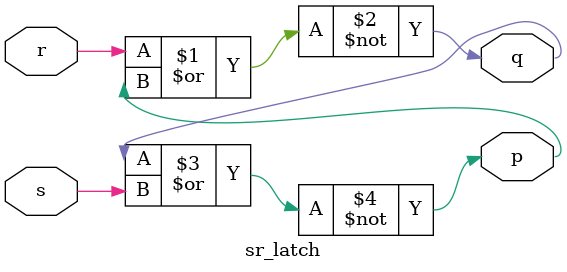
<source format=v>
module sr_latch(q, p, s, r);

   input  s, r;
   output q, p;

   nor(q, r, p);
   nor(p, q, s);

endmodule // sr_latch

</source>
